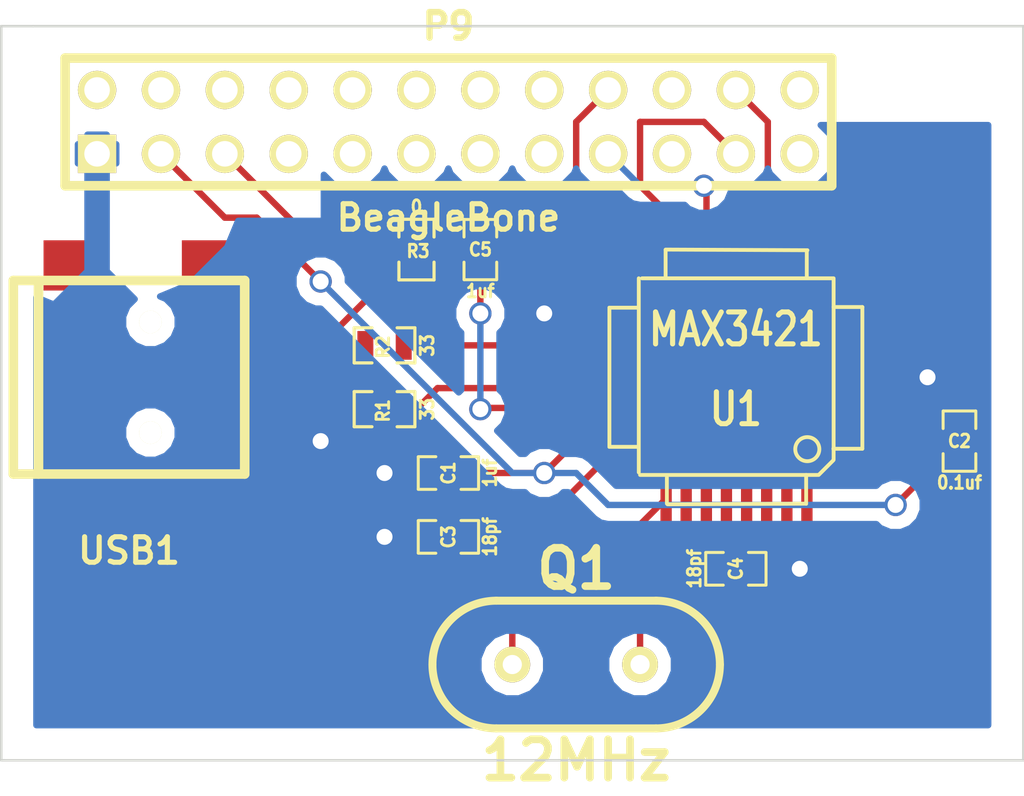
<source format=kicad_pcb>
(kicad_pcb (version 3) (host pcbnew "(2013-mar-13)-testing")

  (general
    (links 29)
    (no_connects 1)
    (area 195.929956 134.99084 237.490001 166.2684)
    (thickness 1.6)
    (drawings 5)
    (tracks 90)
    (zones 0)
    (modules 12)
    (nets 56)
  )

  (page A3)
  (layers
    (15 F.Cu signal)
    (0 B.Cu signal)
    (16 B.Adhes user)
    (17 F.Adhes user)
    (18 B.Paste user)
    (19 F.Paste user)
    (20 B.SilkS user)
    (21 F.SilkS user)
    (22 B.Mask user)
    (23 F.Mask user)
    (24 Dwgs.User user)
    (25 Cmts.User user)
    (26 Eco1.User user)
    (27 Eco2.User user)
    (28 Edge.Cuts user)
  )

  (setup
    (last_trace_width 0.254)
    (trace_clearance 0.254)
    (zone_clearance 0.508)
    (zone_45_only no)
    (trace_min 0.254)
    (segment_width 0.2)
    (edge_width 0.1)
    (via_size 0.889)
    (via_drill 0.635)
    (via_min_size 0.889)
    (via_min_drill 0.508)
    (uvia_size 0.508)
    (uvia_drill 0.127)
    (uvias_allowed no)
    (uvia_min_size 0.508)
    (uvia_min_drill 0.127)
    (pcb_text_width 0.3)
    (pcb_text_size 1.5 1.5)
    (mod_edge_width 0.15)
    (mod_text_size 1 1)
    (mod_text_width 0.15)
    (pad_size 1.5 1.5)
    (pad_drill 0.6)
    (pad_to_mask_clearance 0)
    (aux_axis_origin 0 0)
    (visible_elements FFFFEF7F)
    (pcbplotparams
      (layerselection 3178497)
      (usegerberextensions true)
      (excludeedgelayer true)
      (linewidth 152400)
      (plotframeref false)
      (viasonmask false)
      (mode 1)
      (useauxorigin false)
      (hpglpennumber 1)
      (hpglpenspeed 20)
      (hpglpendiameter 15)
      (hpglpenoverlay 2)
      (psnegative false)
      (psa4output false)
      (plotreference true)
      (plotvalue true)
      (plotothertext true)
      (plotinvisibletext false)
      (padsonsilk false)
      (subtractmaskfromsilk false)
      (outputformat 1)
      (mirror false)
      (drillshape 1)
      (scaleselection 1)
      (outputdirectory ""))
  )

  (net 0 "")
  (net 1 +3.3V)
  (net 2 +5V)
  (net 3 GND)
  (net 4 N-000001)
  (net 5 N-0000011)
  (net 6 N-0000013)
  (net 7 N-0000014)
  (net 8 N-0000015)
  (net 9 N-0000016)
  (net 10 N-0000017)
  (net 11 N-000002)
  (net 12 N-0000020)
  (net 13 N-0000021)
  (net 14 N-0000022)
  (net 15 N-0000023)
  (net 16 N-0000025)
  (net 17 N-0000026)
  (net 18 N-0000027)
  (net 19 N-0000028)
  (net 20 N-0000029)
  (net 21 N-000003)
  (net 22 N-0000030)
  (net 23 N-0000031)
  (net 24 N-0000032)
  (net 25 N-0000033)
  (net 26 N-0000034)
  (net 27 N-0000035)
  (net 28 N-0000036)
  (net 29 N-0000037)
  (net 30 N-0000038)
  (net 31 N-0000039)
  (net 32 N-000004)
  (net 33 N-0000040)
  (net 34 N-0000041)
  (net 35 N-0000042)
  (net 36 N-0000043)
  (net 37 N-0000045)
  (net 38 N-0000046)
  (net 39 N-0000047)
  (net 40 N-0000048)
  (net 41 N-0000049)
  (net 42 N-000005)
  (net 43 N-0000051)
  (net 44 N-0000052)
  (net 45 N-0000053)
  (net 46 N-0000054)
  (net 47 N-0000055)
  (net 48 N-000006)
  (net 49 N-000007)
  (net 50 N-000008)
  (net 51 N-000009)
  (net 52 SPI0_CS0)
  (net 53 SPI0_D0)
  (net 54 SPI0_D1)
  (net 55 SPI0_SCLK)

  (net_class Default "This is the default net class."
    (clearance 0.254)
    (trace_width 0.254)
    (via_dia 0.889)
    (via_drill 0.635)
    (uvia_dia 0.508)
    (uvia_drill 0.127)
    (add_net "")
    (add_net +3.3V)
    (add_net +5V)
    (add_net GND)
    (add_net N-000001)
    (add_net N-0000011)
    (add_net N-0000013)
    (add_net N-0000014)
    (add_net N-0000015)
    (add_net N-0000016)
    (add_net N-0000017)
    (add_net N-000002)
    (add_net N-0000020)
    (add_net N-0000021)
    (add_net N-0000022)
    (add_net N-0000023)
    (add_net N-0000025)
    (add_net N-0000026)
    (add_net N-0000027)
    (add_net N-0000028)
    (add_net N-0000029)
    (add_net N-000003)
    (add_net N-0000030)
    (add_net N-0000031)
    (add_net N-0000032)
    (add_net N-0000033)
    (add_net N-0000034)
    (add_net N-0000035)
    (add_net N-0000036)
    (add_net N-0000037)
    (add_net N-0000038)
    (add_net N-0000039)
    (add_net N-000004)
    (add_net N-0000040)
    (add_net N-0000041)
    (add_net N-0000042)
    (add_net N-0000043)
    (add_net N-0000045)
    (add_net N-0000046)
    (add_net N-0000047)
    (add_net N-0000048)
    (add_net N-0000049)
    (add_net N-000005)
    (add_net N-0000051)
    (add_net N-0000052)
    (add_net N-0000053)
    (add_net N-0000054)
    (add_net N-0000055)
    (add_net N-000006)
    (add_net N-000007)
    (add_net N-000008)
    (add_net N-000009)
    (add_net SPI0_CS0)
    (add_net SPI0_D0)
    (add_net SPI0_D1)
    (add_net SPI0_SCLK)
  )

  (module SM0603_Capa (layer F.Cu) (tedit 5051B1EC) (tstamp 518C9341)
    (at 214.63 153.67 180)
    (path /518C698C)
    (attr smd)
    (fp_text reference C1 (at 0 0 270) (layer F.SilkS)
      (effects (font (size 0.508 0.4572) (thickness 0.1143)))
    )
    (fp_text value 1uf (at -1.651 0 270) (layer F.SilkS)
      (effects (font (size 0.508 0.4572) (thickness 0.1143)))
    )
    (fp_line (start 0.50038 0.65024) (end 1.19888 0.65024) (layer F.SilkS) (width 0.11938))
    (fp_line (start -0.50038 0.65024) (end -1.19888 0.65024) (layer F.SilkS) (width 0.11938))
    (fp_line (start 0.50038 -0.65024) (end 1.19888 -0.65024) (layer F.SilkS) (width 0.11938))
    (fp_line (start -1.19888 -0.65024) (end -0.50038 -0.65024) (layer F.SilkS) (width 0.11938))
    (fp_line (start 1.19888 -0.635) (end 1.19888 0.635) (layer F.SilkS) (width 0.11938))
    (fp_line (start -1.19888 0.635) (end -1.19888 -0.635) (layer F.SilkS) (width 0.11938))
    (pad 1 smd rect (at -0.762 0 180) (size 0.635 1.143)
      (layers F.Cu F.Paste F.Mask)
      (net 1 +3.3V)
    )
    (pad 2 smd rect (at 0.762 0 180) (size 0.635 1.143)
      (layers F.Cu F.Paste F.Mask)
      (net 3 GND)
    )
    (model smd\capacitors\C0603.wrl
      (at (xyz 0 0 0.001))
      (scale (xyz 0.5 0.5 0.5))
      (rotate (xyz 0 0 0))
    )
  )

  (module SM0603_Capa (layer F.Cu) (tedit 5051B1EC) (tstamp 518C934D)
    (at 234.95 152.4 90)
    (path /518C697D)
    (attr smd)
    (fp_text reference C2 (at 0 0 180) (layer F.SilkS)
      (effects (font (size 0.508 0.4572) (thickness 0.1143)))
    )
    (fp_text value 0.1uf (at -1.651 0 180) (layer F.SilkS)
      (effects (font (size 0.508 0.4572) (thickness 0.1143)))
    )
    (fp_line (start 0.50038 0.65024) (end 1.19888 0.65024) (layer F.SilkS) (width 0.11938))
    (fp_line (start -0.50038 0.65024) (end -1.19888 0.65024) (layer F.SilkS) (width 0.11938))
    (fp_line (start 0.50038 -0.65024) (end 1.19888 -0.65024) (layer F.SilkS) (width 0.11938))
    (fp_line (start -1.19888 -0.65024) (end -0.50038 -0.65024) (layer F.SilkS) (width 0.11938))
    (fp_line (start 1.19888 -0.635) (end 1.19888 0.635) (layer F.SilkS) (width 0.11938))
    (fp_line (start -1.19888 0.635) (end -1.19888 -0.635) (layer F.SilkS) (width 0.11938))
    (pad 1 smd rect (at -0.762 0 90) (size 0.635 1.143)
      (layers F.Cu F.Paste F.Mask)
      (net 1 +3.3V)
    )
    (pad 2 smd rect (at 0.762 0 90) (size 0.635 1.143)
      (layers F.Cu F.Paste F.Mask)
      (net 3 GND)
    )
    (model smd\capacitors\C0603.wrl
      (at (xyz 0 0 0.001))
      (scale (xyz 0.5 0.5 0.5))
      (rotate (xyz 0 0 0))
    )
  )

  (module SM0603_Capa (layer F.Cu) (tedit 5051B1EC) (tstamp 518C9359)
    (at 214.63 156.21 180)
    (path /518C696E)
    (attr smd)
    (fp_text reference C3 (at 0 0 270) (layer F.SilkS)
      (effects (font (size 0.508 0.4572) (thickness 0.1143)))
    )
    (fp_text value 18pf (at -1.651 0 270) (layer F.SilkS)
      (effects (font (size 0.508 0.4572) (thickness 0.1143)))
    )
    (fp_line (start 0.50038 0.65024) (end 1.19888 0.65024) (layer F.SilkS) (width 0.11938))
    (fp_line (start -0.50038 0.65024) (end -1.19888 0.65024) (layer F.SilkS) (width 0.11938))
    (fp_line (start 0.50038 -0.65024) (end 1.19888 -0.65024) (layer F.SilkS) (width 0.11938))
    (fp_line (start -1.19888 -0.65024) (end -0.50038 -0.65024) (layer F.SilkS) (width 0.11938))
    (fp_line (start 1.19888 -0.635) (end 1.19888 0.635) (layer F.SilkS) (width 0.11938))
    (fp_line (start -1.19888 0.635) (end -1.19888 -0.635) (layer F.SilkS) (width 0.11938))
    (pad 1 smd rect (at -0.762 0 180) (size 0.635 1.143)
      (layers F.Cu F.Paste F.Mask)
      (net 13 N-0000021)
    )
    (pad 2 smd rect (at 0.762 0 180) (size 0.635 1.143)
      (layers F.Cu F.Paste F.Mask)
      (net 3 GND)
    )
    (model smd\capacitors\C0603.wrl
      (at (xyz 0 0 0.001))
      (scale (xyz 0.5 0.5 0.5))
      (rotate (xyz 0 0 0))
    )
  )

  (module SM0603_Capa (layer F.Cu) (tedit 5051B1EC) (tstamp 518C9B8F)
    (at 226.06 157.48)
    (path /518C69B4)
    (attr smd)
    (fp_text reference C4 (at 0 0 90) (layer F.SilkS)
      (effects (font (size 0.508 0.4572) (thickness 0.1143)))
    )
    (fp_text value 18pf (at -1.651 0 90) (layer F.SilkS)
      (effects (font (size 0.508 0.4572) (thickness 0.1143)))
    )
    (fp_line (start 0.50038 0.65024) (end 1.19888 0.65024) (layer F.SilkS) (width 0.11938))
    (fp_line (start -0.50038 0.65024) (end -1.19888 0.65024) (layer F.SilkS) (width 0.11938))
    (fp_line (start 0.50038 -0.65024) (end 1.19888 -0.65024) (layer F.SilkS) (width 0.11938))
    (fp_line (start -1.19888 -0.65024) (end -0.50038 -0.65024) (layer F.SilkS) (width 0.11938))
    (fp_line (start 1.19888 -0.635) (end 1.19888 0.635) (layer F.SilkS) (width 0.11938))
    (fp_line (start -1.19888 0.635) (end -1.19888 -0.635) (layer F.SilkS) (width 0.11938))
    (pad 1 smd rect (at -0.762 0) (size 0.635 1.143)
      (layers F.Cu F.Paste F.Mask)
      (net 14 N-0000022)
    )
    (pad 2 smd rect (at 0.762 0) (size 0.635 1.143)
      (layers F.Cu F.Paste F.Mask)
      (net 3 GND)
    )
    (model smd\capacitors\C0603.wrl
      (at (xyz 0 0 0.001))
      (scale (xyz 0.5 0.5 0.5))
      (rotate (xyz 0 0 0))
    )
  )

  (module SM0603_Capa (layer F.Cu) (tedit 5051B1EC) (tstamp 518C9371)
    (at 215.9 144.78 90)
    (path /518C699B)
    (attr smd)
    (fp_text reference C5 (at 0 0 180) (layer F.SilkS)
      (effects (font (size 0.508 0.4572) (thickness 0.1143)))
    )
    (fp_text value 1uf (at -1.651 0 180) (layer F.SilkS)
      (effects (font (size 0.508 0.4572) (thickness 0.1143)))
    )
    (fp_line (start 0.50038 0.65024) (end 1.19888 0.65024) (layer F.SilkS) (width 0.11938))
    (fp_line (start -0.50038 0.65024) (end -1.19888 0.65024) (layer F.SilkS) (width 0.11938))
    (fp_line (start 0.50038 -0.65024) (end 1.19888 -0.65024) (layer F.SilkS) (width 0.11938))
    (fp_line (start -1.19888 -0.65024) (end -0.50038 -0.65024) (layer F.SilkS) (width 0.11938))
    (fp_line (start 1.19888 -0.635) (end 1.19888 0.635) (layer F.SilkS) (width 0.11938))
    (fp_line (start -1.19888 0.635) (end -1.19888 -0.635) (layer F.SilkS) (width 0.11938))
    (pad 1 smd rect (at -0.762 0 90) (size 0.635 1.143)
      (layers F.Cu F.Paste F.Mask)
      (net 16 N-0000025)
    )
    (pad 2 smd rect (at 0.762 0 90) (size 0.635 1.143)
      (layers F.Cu F.Paste F.Mask)
      (net 3 GND)
    )
    (model smd\capacitors\C0603.wrl
      (at (xyz 0 0 0.001))
      (scale (xyz 0.5 0.5 0.5))
      (rotate (xyz 0 0 0))
    )
  )

  (module pin_array_12x2 (layer F.Cu) (tedit 5031D806) (tstamp 518C9391)
    (at 214.63 139.7)
    (descr "Double rangee de contacts 2 x 12 pins")
    (tags CONN)
    (path /518C84D3)
    (fp_text reference P9 (at 0 -3.81) (layer F.SilkS)
      (effects (font (size 1.016 1.016) (thickness 0.27432)))
    )
    (fp_text value BeagleBone (at 0 3.81) (layer F.SilkS)
      (effects (font (size 1.016 1.016) (thickness 0.2032)))
    )
    (fp_line (start -15.24 -2.54) (end -15.24 2.54) (layer F.SilkS) (width 0.381))
    (fp_line (start -15.24 2.54) (end 15.24 2.54) (layer F.SilkS) (width 0.381))
    (fp_line (start 15.24 2.54) (end 15.24 -2.54) (layer F.SilkS) (width 0.381))
    (fp_line (start 15.24 -2.54) (end -15.24 -2.54) (layer F.SilkS) (width 0.381))
    (pad 1 thru_hole rect (at -13.97 1.27) (size 1.524 1.524) (drill 1.016)
      (layers *.Cu *.Mask F.SilkS)
      (net 3 GND)
    )
    (pad 2 thru_hole circle (at -13.97 -1.27) (size 1.524 1.524) (drill 1.016)
      (layers *.Cu *.Mask F.SilkS)
      (net 11 N-000002)
    )
    (pad 3 thru_hole circle (at -11.43 1.27) (size 1.524 1.524) (drill 1.016)
      (layers *.Cu *.Mask F.SilkS)
      (net 1 +3.3V)
    )
    (pad 4 thru_hole circle (at -11.43 -1.27) (size 1.524 1.524) (drill 1.016)
      (layers *.Cu *.Mask F.SilkS)
      (net 21 N-000003)
    )
    (pad 5 thru_hole circle (at -8.89 1.27) (size 1.524 1.524) (drill 1.016)
      (layers *.Cu *.Mask F.SilkS)
      (net 2 +5V)
    )
    (pad 6 thru_hole circle (at -8.89 -1.27) (size 1.524 1.524) (drill 1.016)
      (layers *.Cu *.Mask F.SilkS)
      (net 32 N-000004)
    )
    (pad 7 thru_hole circle (at -6.35 1.27) (size 1.524 1.524) (drill 1.016)
      (layers *.Cu *.Mask F.SilkS)
      (net 42 N-000005)
    )
    (pad 8 thru_hole circle (at -6.35 -1.27) (size 1.524 1.524) (drill 1.016)
      (layers *.Cu *.Mask F.SilkS)
      (net 48 N-000006)
    )
    (pad 9 thru_hole circle (at -3.81 1.27) (size 1.524 1.524) (drill 1.016)
      (layers *.Cu *.Mask F.SilkS)
      (net 49 N-000007)
    )
    (pad 10 thru_hole circle (at -3.81 -1.27) (size 1.524 1.524) (drill 1.016)
      (layers *.Cu *.Mask F.SilkS)
      (net 50 N-000008)
    )
    (pad 11 thru_hole circle (at -1.27 1.27) (size 1.524 1.524) (drill 1.016)
      (layers *.Cu *.Mask F.SilkS)
      (net 51 N-000009)
    )
    (pad 12 thru_hole circle (at -1.27 -1.27) (size 1.524 1.524) (drill 1.016)
      (layers *.Cu *.Mask F.SilkS)
      (net 5 N-0000011)
    )
    (pad 13 thru_hole circle (at 1.27 1.27) (size 1.524 1.524) (drill 1.016)
      (layers *.Cu *.Mask F.SilkS)
      (net 6 N-0000013)
    )
    (pad 14 thru_hole circle (at 1.27 -1.27) (size 1.524 1.524) (drill 1.016)
      (layers *.Cu *.Mask F.SilkS)
      (net 8 N-0000015)
    )
    (pad 15 thru_hole circle (at 3.81 1.27) (size 1.524 1.524) (drill 1.016)
      (layers *.Cu *.Mask F.SilkS)
      (net 10 N-0000017)
    )
    (pad 16 thru_hole circle (at 3.81 -1.27) (size 1.524 1.524) (drill 1.016)
      (layers *.Cu *.Mask F.SilkS)
      (net 12 N-0000020)
    )
    (pad 17 thru_hole circle (at 6.35 1.27) (size 1.524 1.524) (drill 1.016)
      (layers *.Cu *.Mask F.SilkS)
      (net 52 SPI0_CS0)
    )
    (pad 18 thru_hole circle (at 6.35 -1.27) (size 1.524 1.524) (drill 1.016)
      (layers *.Cu *.Mask F.SilkS)
      (net 54 SPI0_D1)
    )
    (pad 19 thru_hole circle (at 8.89 1.27) (size 1.524 1.524) (drill 1.016)
      (layers *.Cu *.Mask F.SilkS)
      (net 15 N-0000023)
    )
    (pad 20 thru_hole circle (at 8.89 -1.27) (size 1.524 1.524) (drill 1.016)
      (layers *.Cu *.Mask F.SilkS)
      (net 4 N-000001)
    )
    (pad 21 thru_hole circle (at 11.43 1.27) (size 1.524 1.524) (drill 1.016)
      (layers *.Cu *.Mask F.SilkS)
      (net 53 SPI0_D0)
    )
    (pad 22 thru_hole circle (at 11.43 -1.27) (size 1.524 1.524) (drill 1.016)
      (layers *.Cu *.Mask F.SilkS)
      (net 55 SPI0_SCLK)
    )
    (pad 23 thru_hole circle (at 13.97 1.27) (size 1.524 1.524) (drill 1.016)
      (layers *.Cu *.Mask F.SilkS)
      (net 7 N-0000014)
    )
    (pad 24 thru_hole circle (at 13.97 -1.27) (size 1.524 1.524) (drill 1.016)
      (layers *.Cu *.Mask F.SilkS)
      (net 9 N-0000016)
    )
    (model pin_array/pins_array_12x2.wrl
      (at (xyz 0 0 0))
      (scale (xyz 1 1 1))
      (rotate (xyz 0 0 0))
    )
  )

  (module HC-49V (layer F.Cu) (tedit 4C5EC450) (tstamp 518C939D)
    (at 219.71 161.29)
    (descr "Quartz boitier HC-49 Vertical")
    (tags "QUARTZ DEV")
    (path /518C6AC3)
    (autoplace_cost180 10)
    (fp_text reference Q1 (at 0 -3.81) (layer F.SilkS)
      (effects (font (thickness 0.3048)))
    )
    (fp_text value 12MHz (at 0 3.81) (layer F.SilkS)
      (effects (font (thickness 0.3048)))
    )
    (fp_line (start -3.175 2.54) (end 3.175 2.54) (layer F.SilkS) (width 0.3175))
    (fp_line (start -3.175 -2.54) (end 3.175 -2.54) (layer F.SilkS) (width 0.3175))
    (fp_arc (start 3.175 0) (end 3.175 -2.54) (angle 90) (layer F.SilkS) (width 0.3175))
    (fp_arc (start 3.175 0) (end 5.715 0) (angle 90) (layer F.SilkS) (width 0.3175))
    (fp_arc (start -3.175 0) (end -5.715 0) (angle 90) (layer F.SilkS) (width 0.3175))
    (fp_arc (start -3.175 0) (end -3.175 2.54) (angle 90) (layer F.SilkS) (width 0.3175))
    (pad 1 thru_hole circle (at -2.54 0) (size 1.4224 1.4224) (drill 0.762)
      (layers *.Cu *.Mask F.SilkS)
      (net 13 N-0000021)
    )
    (pad 2 thru_hole circle (at 2.54 0) (size 1.4224 1.4224) (drill 0.762)
      (layers *.Cu *.Mask F.SilkS)
      (net 14 N-0000022)
    )
    (model discret/xtal/crystal_hc18u_vertical.wrl
      (at (xyz 0 0 0))
      (scale (xyz 1 1 0.2))
      (rotate (xyz 0 0 0))
    )
  )

  (module SM0603_Resistor (layer F.Cu) (tedit 5051B21B) (tstamp 518C93A9)
    (at 212.09 151.13 180)
    (path /518C69C3)
    (attr smd)
    (fp_text reference R1 (at 0.0635 -0.0635 270) (layer F.SilkS)
      (effects (font (size 0.50038 0.4572) (thickness 0.1143)))
    )
    (fp_text value 33 (at -1.69926 0 270) (layer F.SilkS)
      (effects (font (size 0.508 0.4572) (thickness 0.1143)))
    )
    (fp_line (start -0.50038 -0.6985) (end -1.2065 -0.6985) (layer F.SilkS) (width 0.127))
    (fp_line (start -1.2065 -0.6985) (end -1.2065 0.6985) (layer F.SilkS) (width 0.127))
    (fp_line (start -1.2065 0.6985) (end -0.50038 0.6985) (layer F.SilkS) (width 0.127))
    (fp_line (start 1.2065 -0.6985) (end 0.50038 -0.6985) (layer F.SilkS) (width 0.127))
    (fp_line (start 1.2065 -0.6985) (end 1.2065 0.6985) (layer F.SilkS) (width 0.127))
    (fp_line (start 1.2065 0.6985) (end 0.50038 0.6985) (layer F.SilkS) (width 0.127))
    (pad 1 smd rect (at -0.762 0 180) (size 0.635 1.143)
      (layers F.Cu F.Paste F.Mask)
      (net 30 N-0000038)
    )
    (pad 2 smd rect (at 0.762 0 180) (size 0.635 1.143)
      (layers F.Cu F.Paste F.Mask)
      (net 31 N-0000039)
    )
    (model smd\resistors\R0603.wrl
      (at (xyz 0 0 0.001))
      (scale (xyz 0.5 0.5 0.5))
      (rotate (xyz 0 0 0))
    )
  )

  (module SM0603_Resistor (layer F.Cu) (tedit 5051B21B) (tstamp 518C93B5)
    (at 212.09 148.59 180)
    (path /518C69D2)
    (attr smd)
    (fp_text reference R2 (at 0.0635 -0.0635 270) (layer F.SilkS)
      (effects (font (size 0.50038 0.4572) (thickness 0.1143)))
    )
    (fp_text value 33 (at -1.69926 0 270) (layer F.SilkS)
      (effects (font (size 0.508 0.4572) (thickness 0.1143)))
    )
    (fp_line (start -0.50038 -0.6985) (end -1.2065 -0.6985) (layer F.SilkS) (width 0.127))
    (fp_line (start -1.2065 -0.6985) (end -1.2065 0.6985) (layer F.SilkS) (width 0.127))
    (fp_line (start -1.2065 0.6985) (end -0.50038 0.6985) (layer F.SilkS) (width 0.127))
    (fp_line (start 1.2065 -0.6985) (end 0.50038 -0.6985) (layer F.SilkS) (width 0.127))
    (fp_line (start 1.2065 -0.6985) (end 1.2065 0.6985) (layer F.SilkS) (width 0.127))
    (fp_line (start 1.2065 0.6985) (end 0.50038 0.6985) (layer F.SilkS) (width 0.127))
    (pad 1 smd rect (at -0.762 0 180) (size 0.635 1.143)
      (layers F.Cu F.Paste F.Mask)
      (net 20 N-0000029)
    )
    (pad 2 smd rect (at 0.762 0 180) (size 0.635 1.143)
      (layers F.Cu F.Paste F.Mask)
      (net 33 N-0000040)
    )
    (model smd\resistors\R0603.wrl
      (at (xyz 0 0 0.001))
      (scale (xyz 0.5 0.5 0.5))
      (rotate (xyz 0 0 0))
    )
  )

  (module SM0603_Resistor (layer F.Cu) (tedit 5051B21B) (tstamp 518CA04E)
    (at 213.36 144.78 270)
    (path /518C9DFD)
    (attr smd)
    (fp_text reference R3 (at 0.0635 -0.0635 360) (layer F.SilkS)
      (effects (font (size 0.50038 0.4572) (thickness 0.1143)))
    )
    (fp_text value 0 (at -1.69926 0 360) (layer F.SilkS)
      (effects (font (size 0.508 0.4572) (thickness 0.1143)))
    )
    (fp_line (start -0.50038 -0.6985) (end -1.2065 -0.6985) (layer F.SilkS) (width 0.127))
    (fp_line (start -1.2065 -0.6985) (end -1.2065 0.6985) (layer F.SilkS) (width 0.127))
    (fp_line (start -1.2065 0.6985) (end -0.50038 0.6985) (layer F.SilkS) (width 0.127))
    (fp_line (start 1.2065 -0.6985) (end 0.50038 -0.6985) (layer F.SilkS) (width 0.127))
    (fp_line (start 1.2065 -0.6985) (end 1.2065 0.6985) (layer F.SilkS) (width 0.127))
    (fp_line (start 1.2065 0.6985) (end 0.50038 0.6985) (layer F.SilkS) (width 0.127))
    (pad 1 smd rect (at -0.762 0 270) (size 0.635 1.143)
      (layers F.Cu F.Paste F.Mask)
      (net 2 +5V)
    )
    (pad 2 smd rect (at 0.762 0 270) (size 0.635 1.143)
      (layers F.Cu F.Paste F.Mask)
      (net 16 N-0000025)
    )
    (model smd\resistors\R0603.wrl
      (at (xyz 0 0 0.001))
      (scale (xyz 0.5 0.5 0.5))
      (rotate (xyz 0 0 0))
    )
  )

  (module TQFP32 (layer F.Cu) (tedit 43A670DA) (tstamp 518C93F7)
    (at 226.06 149.86 180)
    (path /518C6E3D)
    (fp_text reference U1 (at 0 -1.27 180) (layer F.SilkS)
      (effects (font (size 1.27 1.016) (thickness 0.2032)))
    )
    (fp_text value MAX3421 (at 0 1.905 180) (layer F.SilkS)
      (effects (font (size 1.27 1.016) (thickness 0.2032)))
    )
    (fp_line (start 5.0292 2.7686) (end 3.8862 2.7686) (layer F.SilkS) (width 0.1524))
    (fp_line (start 5.0292 -2.7686) (end 3.9116 -2.7686) (layer F.SilkS) (width 0.1524))
    (fp_line (start 5.0292 2.7686) (end 5.0292 -2.7686) (layer F.SilkS) (width 0.1524))
    (fp_line (start 2.794 3.9624) (end 2.794 5.0546) (layer F.SilkS) (width 0.1524))
    (fp_line (start -2.8194 3.9878) (end -2.8194 5.0546) (layer F.SilkS) (width 0.1524))
    (fp_line (start -2.8448 5.0546) (end 2.794 5.08) (layer F.SilkS) (width 0.1524))
    (fp_line (start -2.794 -5.0292) (end 2.7178 -5.0546) (layer F.SilkS) (width 0.1524))
    (fp_line (start -3.8862 -3.2766) (end -3.8862 3.9116) (layer F.SilkS) (width 0.1524))
    (fp_line (start 2.7432 -5.0292) (end 2.7432 -3.9878) (layer F.SilkS) (width 0.1524))
    (fp_line (start -3.2512 -3.8862) (end 3.81 -3.8862) (layer F.SilkS) (width 0.1524))
    (fp_line (start 3.8608 3.937) (end 3.8608 -3.7846) (layer F.SilkS) (width 0.1524))
    (fp_line (start -3.8862 3.937) (end 3.7338 3.937) (layer F.SilkS) (width 0.1524))
    (fp_line (start -5.0292 -2.8448) (end -5.0292 2.794) (layer F.SilkS) (width 0.1524))
    (fp_line (start -5.0292 2.794) (end -3.8862 2.794) (layer F.SilkS) (width 0.1524))
    (fp_line (start -3.87604 -3.302) (end -3.29184 -3.8862) (layer F.SilkS) (width 0.1524))
    (fp_line (start -5.02412 -2.8448) (end -3.87604 -2.8448) (layer F.SilkS) (width 0.1524))
    (fp_line (start -2.794 -3.8862) (end -2.794 -5.03428) (layer F.SilkS) (width 0.1524))
    (fp_circle (center -2.83972 -2.86004) (end -2.43332 -2.60604) (layer F.SilkS) (width 0.1524))
    (pad 8 smd rect (at -4.81584 2.77622 180) (size 1.99898 0.44958)
      (layers F.Cu F.Paste F.Mask)
      (net 27 N-0000035)
    )
    (pad 7 smd rect (at -4.81584 1.97612 180) (size 1.99898 0.44958)
      (layers F.Cu F.Paste F.Mask)
      (net 26 N-0000034)
    )
    (pad 6 smd rect (at -4.81584 1.17602 180) (size 1.99898 0.44958)
      (layers F.Cu F.Paste F.Mask)
      (net 25 N-0000033)
    )
    (pad 5 smd rect (at -4.81584 0.37592 180) (size 1.99898 0.44958)
      (layers F.Cu F.Paste F.Mask)
      (net 24 N-0000032)
    )
    (pad 4 smd rect (at -4.81584 -0.42418 180) (size 1.99898 0.44958)
      (layers F.Cu F.Paste F.Mask)
      (net 23 N-0000031)
    )
    (pad 3 smd rect (at -4.81584 -1.22428 180) (size 1.99898 0.44958)
      (layers F.Cu F.Paste F.Mask)
      (net 3 GND)
    )
    (pad 2 smd rect (at -4.81584 -2.02438 180) (size 1.99898 0.44958)
      (layers F.Cu F.Paste F.Mask)
      (net 1 +3.3V)
    )
    (pad 1 smd rect (at -4.81584 -2.82448 180) (size 1.99898 0.44958)
      (layers F.Cu F.Paste F.Mask)
      (net 17 N-0000026)
    )
    (pad 24 smd rect (at 4.7498 -2.8194 180) (size 1.99898 0.44958)
      (layers F.Cu F.Paste F.Mask)
      (net 13 N-0000021)
    )
    (pad 17 smd rect (at 4.7498 2.794 180) (size 1.99898 0.44958)
      (layers F.Cu F.Paste F.Mask)
      (net 44 N-0000052)
    )
    (pad 18 smd rect (at 4.7498 1.9812 180) (size 1.99898 0.44958)
      (layers F.Cu F.Paste F.Mask)
      (net 46 N-0000054)
    )
    (pad 19 smd rect (at 4.7498 1.1684 180) (size 1.99898 0.44958)
      (layers F.Cu F.Paste F.Mask)
      (net 3 GND)
    )
    (pad 20 smd rect (at 4.7498 0.381 180) (size 1.99898 0.44958)
      (layers F.Cu F.Paste F.Mask)
      (net 20 N-0000029)
    )
    (pad 21 smd rect (at 4.7498 -0.4318 180) (size 1.99898 0.44958)
      (layers F.Cu F.Paste F.Mask)
      (net 30 N-0000038)
    )
    (pad 22 smd rect (at 4.7498 -1.2192 180) (size 1.99898 0.44958)
      (layers F.Cu F.Paste F.Mask)
      (net 16 N-0000025)
    )
    (pad 23 smd rect (at 4.7498 -2.032 180) (size 1.99898 0.44958)
      (layers F.Cu F.Paste F.Mask)
      (net 1 +3.3V)
    )
    (pad 32 smd rect (at -2.82448 -4.826 180) (size 0.44958 1.99898)
      (layers F.Cu F.Paste F.Mask)
      (net 41 N-0000049)
    )
    (pad 31 smd rect (at -2.02692 -4.826 180) (size 0.44958 1.99898)
      (layers F.Cu F.Paste F.Mask)
      (net 39 N-0000047)
    )
    (pad 30 smd rect (at -1.22428 -4.826 180) (size 0.44958 1.99898)
      (layers F.Cu F.Paste F.Mask)
      (net 37 N-0000045)
    )
    (pad 29 smd rect (at -0.42672 -4.826 180) (size 0.44958 1.99898)
      (layers F.Cu F.Paste F.Mask)
      (net 36 N-0000043)
    )
    (pad 28 smd rect (at 0.37592 -4.826 180) (size 0.44958 1.99898)
      (layers F.Cu F.Paste F.Mask)
      (net 47 N-0000055)
    )
    (pad 27 smd rect (at 1.17348 -4.826 180) (size 0.44958 1.99898)
      (layers F.Cu F.Paste F.Mask)
      (net 45 N-0000053)
    )
    (pad 26 smd rect (at 1.97612 -4.826 180) (size 0.44958 1.99898)
      (layers F.Cu F.Paste F.Mask)
      (net 43 N-0000051)
    )
    (pad 25 smd rect (at 2.77368 -4.826 180) (size 0.44958 1.99898)
      (layers F.Cu F.Paste F.Mask)
      (net 14 N-0000022)
    )
    (pad 9 smd rect (at -2.8194 4.7752 180) (size 0.44958 1.99898)
      (layers F.Cu F.Paste F.Mask)
      (net 28 N-0000036)
    )
    (pad 10 smd rect (at -2.032 4.7752 180) (size 0.44958 1.99898)
      (layers F.Cu F.Paste F.Mask)
      (net 29 N-0000037)
    )
    (pad 11 smd rect (at -1.2192 4.7752 180) (size 0.44958 1.99898)
      (layers F.Cu F.Paste F.Mask)
      (net 38 N-0000046)
    )
    (pad 12 smd rect (at -0.4318 4.7752 180) (size 0.44958 1.99898)
      (layers F.Cu F.Paste F.Mask)
      (net 40 N-0000048)
    )
    (pad 13 smd rect (at 0.3556 4.7752 180) (size 0.44958 1.99898)
      (layers F.Cu F.Paste F.Mask)
      (net 55 SPI0_SCLK)
    )
    (pad 14 smd rect (at 1.1684 4.7752 180) (size 0.44958 1.99898)
      (layers F.Cu F.Paste F.Mask)
      (net 52 SPI0_CS0)
    )
    (pad 15 smd rect (at 1.9812 4.7752 180) (size 0.44958 1.99898)
      (layers F.Cu F.Paste F.Mask)
      (net 53 SPI0_D0)
    )
    (pad 16 smd rect (at 2.794 4.7752 180) (size 0.44958 1.99898)
      (layers F.Cu F.Paste F.Mask)
      (net 54 SPI0_D1)
    )
    (model smd/tqfp32.wrl
      (at (xyz 0 0 0))
      (scale (xyz 1 1 1))
      (rotate (xyz 0 0 0))
    )
  )

  (module USB_MINI_B (layer F.Cu) (tedit 505F99F2) (tstamp 518C940B)
    (at 201.93 149.86)
    (descr "USB Mini-B 5-pin SMD connector")
    (tags "USB, Mini-B, connector")
    (path /518C69E1)
    (fp_text reference USB1 (at 0 6.90118) (layer F.SilkS)
      (effects (font (size 1.016 1.016) (thickness 0.2032)))
    )
    (fp_text value USB-MINI-B (at 0 -7.0993) (layer F.SilkS) hide
      (effects (font (size 1.016 1.016) (thickness 0.2032)))
    )
    (fp_line (start -3.59918 -3.85064) (end -3.59918 3.85064) (layer F.SilkS) (width 0.381))
    (fp_line (start -4.59994 -3.85064) (end -4.59994 3.85064) (layer F.SilkS) (width 0.381))
    (fp_line (start -4.59994 3.85064) (end 4.59994 3.85064) (layer F.SilkS) (width 0.381))
    (fp_line (start 4.59994 3.85064) (end 4.59994 -3.85064) (layer F.SilkS) (width 0.381))
    (fp_line (start 4.59994 -3.85064) (end -4.59994 -3.85064) (layer F.SilkS) (width 0.381))
    (pad 1 smd rect (at 3.44932 -1.6002) (size 2.30124 0.50038)
      (layers F.Cu F.Paste F.Mask)
      (net 16 N-0000025)
    )
    (pad 2 smd rect (at 3.44932 -0.8001) (size 2.30124 0.50038)
      (layers F.Cu F.Paste F.Mask)
      (net 33 N-0000040)
    )
    (pad 3 smd rect (at 3.44932 0) (size 2.30124 0.50038)
      (layers F.Cu F.Paste F.Mask)
      (net 31 N-0000039)
    )
    (pad 4 smd rect (at 3.44932 0.8001) (size 2.30124 0.50038)
      (layers F.Cu F.Paste F.Mask)
      (net 34 N-0000041)
    )
    (pad 5 smd rect (at 3.44932 1.6002) (size 2.30124 0.50038)
      (layers F.Cu F.Paste F.Mask)
      (net 3 GND)
    )
    (pad 6 smd rect (at 3.35026 -4.45008) (size 2.49936 1.99898)
      (layers F.Cu F.Paste F.Mask)
      (net 35 N-0000042)
    )
    (pad 7 smd rect (at -2.14884 -4.45008) (size 2.49936 1.99898)
      (layers F.Cu F.Paste F.Mask)
      (net 22 N-0000030)
    )
    (pad 8 smd rect (at 3.35026 4.45008) (size 2.49936 1.99898)
      (layers F.Cu F.Paste F.Mask)
      (net 18 N-0000027)
    )
    (pad 9 smd rect (at -2.14884 4.45008) (size 2.49936 1.99898)
      (layers F.Cu F.Paste F.Mask)
      (net 19 N-0000028)
    )
    (pad "" np_thru_hole circle (at 0.8509 -2.19964) (size 0.89916 0.89916) (drill 0.89916)
      (layers *.Cu *.Mask F.SilkS)
    )
    (pad 2 np_thru_hole circle (at 0.8509 2.19964) (size 0.89916 0.89916) (drill 0.89916)
      (layers *.Cu *.Mask F.SilkS)
      (net 33 N-0000040)
    )
  )

  (gr_line (start 196.85 135.89) (end 198.12 135.89) (angle 90) (layer Edge.Cuts) (width 0.1))
  (gr_line (start 196.85 165.1) (end 196.85 135.89) (angle 90) (layer Edge.Cuts) (width 0.1))
  (gr_line (start 237.49 165.1) (end 196.85 165.1) (angle 90) (layer Edge.Cuts) (width 0.1))
  (gr_line (start 237.49 135.89) (end 237.49 165.1) (angle 90) (layer Edge.Cuts) (width 0.1))
  (gr_line (start 198.12 135.89) (end 237.49 135.89) (angle 90) (layer Edge.Cuts) (width 0.1))

  (segment (start 218.44 153.67) (end 217.17 153.67) (width 0.254) (layer B.Cu) (net 1))
  (segment (start 205.74 143.51) (end 203.2 140.97) (width 0.254) (layer F.Cu) (net 1) (tstamp 518CB393) (status 800000))
  (segment (start 207.01 143.51) (end 205.74 143.51) (width 0.254) (layer F.Cu) (net 1) (tstamp 518CB38B))
  (segment (start 209.55 146.05) (end 207.01 143.51) (width 0.254) (layer F.Cu) (net 1) (tstamp 518CB38A))
  (via (at 209.55 146.05) (size 0.889) (layers F.Cu B.Cu) (net 1))
  (segment (start 217.17 153.67) (end 209.55 146.05) (width 0.254) (layer B.Cu) (net 1) (tstamp 518CB381))
  (segment (start 233.16438 151.88438) (end 233.16438 154.18562) (width 0.254) (layer F.Cu) (net 1))
  (segment (start 219.71 153.67) (end 218.44 153.67) (width 0.254) (layer B.Cu) (net 1) (tstamp 518CB330))
  (segment (start 220.98 154.94) (end 219.71 153.67) (width 0.254) (layer B.Cu) (net 1) (tstamp 518CB32D))
  (segment (start 232.41 154.94) (end 220.98 154.94) (width 0.254) (layer B.Cu) (net 1) (tstamp 518CB32C))
  (via (at 232.41 154.94) (size 0.889) (layers F.Cu B.Cu) (net 1))
  (segment (start 233.16438 154.18562) (end 232.41 154.94) (width 0.254) (layer F.Cu) (net 1) (tstamp 518CB323))
  (via (at 218.44 153.67) (size 0.889) (layers F.Cu B.Cu) (net 1))
  (segment (start 230.87584 151.88438) (end 233.16438 151.88438) (width 0.254) (layer F.Cu) (net 1) (status 10))
  (segment (start 234.442 153.162) (end 234.95 153.162) (width 0.254) (layer F.Cu) (net 1) (tstamp 518CA3C9) (status 30))
  (segment (start 233.16438 151.88438) (end 234.442 153.162) (width 0.254) (layer F.Cu) (net 1) (tstamp 518CA3C7) (status 20))
  (segment (start 221.3102 151.892) (end 220.218 151.892) (width 0.254) (layer F.Cu) (net 1) (status 10))
  (segment (start 220.218 151.892) (end 218.44 153.67) (width 0.254) (layer F.Cu) (net 1) (tstamp 518C9F54))
  (segment (start 218.44 153.67) (end 215.392 153.67) (width 0.254) (layer F.Cu) (net 1) (tstamp 518C9F5F) (status 20))
  (segment (start 213.36 144.018) (end 208.788 144.018) (width 0.254) (layer F.Cu) (net 2) (status 10))
  (segment (start 208.788 144.018) (end 205.74 140.97) (width 0.254) (layer F.Cu) (net 2) (tstamp 518CA0E7) (status 20))
  (segment (start 215.9 144.018) (end 217.678 144.018) (width 0.254) (layer F.Cu) (net 3))
  (segment (start 219.8116 148.6916) (end 218.44 147.32) (width 0.254) (layer F.Cu) (net 3) (tstamp 518CA5BD))
  (via (at 218.44 147.32) (size 0.889) (layers F.Cu B.Cu) (net 3))
  (segment (start 219.8116 148.6916) (end 221.3102 148.6916) (width 0.254) (layer F.Cu) (net 3))
  (segment (start 218.44 144.78) (end 218.44 147.32) (width 0.254) (layer F.Cu) (net 3) (tstamp 518CA5E1))
  (segment (start 217.678 144.018) (end 218.44 144.78) (width 0.254) (layer F.Cu) (net 3) (tstamp 518CA5DC))
  (segment (start 233.68 151.08428) (end 233.68 149.86) (width 0.254) (layer F.Cu) (net 3))
  (via (at 233.68 149.86) (size 0.889) (layers F.Cu B.Cu) (net 3))
  (segment (start 230.87584 151.08428) (end 233.68 151.08428) (width 0.254) (layer F.Cu) (net 3) (status 10))
  (segment (start 233.68 151.08428) (end 234.39628 151.08428) (width 0.254) (layer F.Cu) (net 3) (tstamp 518CA3D8))
  (segment (start 234.39628 151.08428) (end 234.95 151.638) (width 0.254) (layer F.Cu) (net 3) (tstamp 518CA3CE) (status 20))
  (segment (start 213.868 153.67) (end 212.09 153.67) (width 0.254) (layer F.Cu) (net 3) (status 10))
  (via (at 212.09 153.67) (size 0.889) (layers F.Cu B.Cu) (net 3))
  (segment (start 213.868 156.21) (end 212.09 156.21) (width 0.254) (layer F.Cu) (net 3) (status 10))
  (via (at 212.09 156.21) (size 0.889) (layers F.Cu B.Cu) (net 3))
  (segment (start 226.822 157.48) (end 228.6 157.48) (width 0.254) (layer F.Cu) (net 3) (status 10))
  (via (at 228.6 157.48) (size 0.889) (layers F.Cu B.Cu) (net 3))
  (segment (start 205.37932 151.4602) (end 208.6102 151.4602) (width 0.254) (layer F.Cu) (net 3) (status 10))
  (via (at 209.55 152.4) (size 0.889) (layers F.Cu B.Cu) (net 3))
  (segment (start 208.6102 151.4602) (end 209.55 152.4) (width 0.254) (layer F.Cu) (net 3) (tstamp 518C9F88))
  (segment (start 215.392 156.21) (end 216.5604 156.21) (width 0.254) (layer F.Cu) (net 13) (status 10))
  (segment (start 216.5604 156.21) (end 217.17 156.8196) (width 0.254) (layer F.Cu) (net 13) (tstamp 518C9BD9))
  (segment (start 217.17 161.29) (end 217.17 156.8196) (width 0.254) (layer F.Cu) (net 13) (status 10))
  (segment (start 217.17 156.8196) (end 221.3102 152.6794) (width 0.254) (layer F.Cu) (net 13) (tstamp 518C9BBA) (status 20))
  (segment (start 225.298 157.48) (end 222.25 157.48) (width 0.254) (layer F.Cu) (net 14) (status 10))
  (segment (start 222.25 161.29) (end 222.25 157.48) (width 0.254) (layer F.Cu) (net 14) (status 10))
  (segment (start 222.25 157.48) (end 222.25 155.72232) (width 0.254) (layer F.Cu) (net 14) (tstamp 518C9BD7))
  (segment (start 222.25 155.72232) (end 223.28632 154.686) (width 0.254) (layer F.Cu) (net 14) (tstamp 518C9BB7) (status 20))
  (segment (start 205.37932 148.2598) (end 209.8802 148.2598) (width 0.254) (layer F.Cu) (net 16) (status 10))
  (segment (start 212.598 145.542) (end 213.36 145.542) (width 0.254) (layer F.Cu) (net 16) (tstamp 518CA0E1) (status 20))
  (segment (start 209.8802 148.2598) (end 212.598 145.542) (width 0.254) (layer F.Cu) (net 16) (tstamp 518CA0DB))
  (segment (start 215.9 145.542) (end 213.36 145.542) (width 0.254) (layer F.Cu) (net 16) (status 30))
  (segment (start 215.9 147.32) (end 215.9 151.13) (width 0.254) (layer B.Cu) (net 16))
  (via (at 215.9 147.32) (size 0.889) (layers F.Cu B.Cu) (net 16))
  (via (at 215.9 151.13) (size 0.889) (layers F.Cu B.Cu) (net 16))
  (segment (start 215.9 151.13) (end 215.9508 151.0792) (width 0.254) (layer F.Cu) (net 16) (tstamp 518CA050))
  (segment (start 221.3102 151.0792) (end 215.9508 151.0792) (width 0.254) (layer F.Cu) (net 16) (tstamp 518CA051) (status 10))
  (segment (start 215.9 147.32) (end 215.9 145.542) (width 0.254) (layer F.Cu) (net 16) (status 20))
  (segment (start 212.852 148.59) (end 217.17 148.59) (width 0.254) (layer F.Cu) (net 20) (status 10))
  (segment (start 218.059 149.479) (end 221.3102 149.479) (width 0.254) (layer F.Cu) (net 20) (tstamp 518CA13D) (status 20))
  (segment (start 217.17 148.59) (end 218.059 149.479) (width 0.254) (layer F.Cu) (net 20) (tstamp 518CA134))
  (segment (start 212.852 151.13) (end 213.36 151.13) (width 0.254) (layer F.Cu) (net 30) (status 10))
  (segment (start 214.1982 150.2918) (end 221.3102 150.2918) (width 0.254) (layer F.Cu) (net 30) (tstamp 518CA15B) (status 20))
  (segment (start 213.36 151.13) (end 214.1982 150.2918) (width 0.254) (layer F.Cu) (net 30) (tstamp 518CA15A))
  (segment (start 211.328 151.13) (end 209.55 151.13) (width 0.254) (layer F.Cu) (net 31) (status 10))
  (segment (start 208.28 149.86) (end 205.37932 149.86) (width 0.254) (layer F.Cu) (net 31) (tstamp 518C9B13) (status 20))
  (segment (start 209.55 151.13) (end 208.28 149.86) (width 0.254) (layer F.Cu) (net 31) (tstamp 518C9B11))
  (segment (start 211.328 148.59) (end 210.82 148.59) (width 0.254) (layer F.Cu) (net 33) (status 10))
  (segment (start 210.3501 149.0599) (end 205.37932 149.0599) (width 0.254) (layer F.Cu) (net 33) (tstamp 518C9B18) (status 20))
  (segment (start 210.82 148.59) (end 210.3501 149.0599) (width 0.254) (layer F.Cu) (net 33) (tstamp 518C9B17))
  (segment (start 224.8916 145.0848) (end 224.8916 142.3416) (width 0.254) (layer F.Cu) (net 52) (status 10))
  (segment (start 222.25 142.24) (end 220.98 140.97) (width 0.254) (layer B.Cu) (net 52) (tstamp 518C9D39) (status 20))
  (segment (start 224.79 142.24) (end 222.25 142.24) (width 0.254) (layer B.Cu) (net 52) (tstamp 518C9D38))
  (via (at 224.79 142.24) (size 0.889) (layers F.Cu B.Cu) (net 52))
  (segment (start 224.8916 142.3416) (end 224.79 142.24) (width 0.254) (layer F.Cu) (net 52) (tstamp 518C9D33))
  (segment (start 224.79 144.9832) (end 224.8916 145.0848) (width 0.254) (layer F.Cu) (net 52) (tstamp 518C99DC) (status 30))
  (segment (start 224.0788 145.0848) (end 224.0788 144.0688) (width 0.254) (layer F.Cu) (net 53) (status 10))
  (segment (start 224.79 139.7) (end 226.06 140.97) (width 0.254) (layer F.Cu) (net 53) (tstamp 518C9CF9) (status 20))
  (segment (start 222.25 139.7) (end 224.79 139.7) (width 0.254) (layer F.Cu) (net 53) (tstamp 518C9CF8))
  (segment (start 222.25 142.24) (end 222.25 139.7) (width 0.254) (layer F.Cu) (net 53) (tstamp 518C9CF1))
  (segment (start 224.0788 144.0688) (end 222.25 142.24) (width 0.254) (layer F.Cu) (net 53) (tstamp 518C9CE2))
  (segment (start 223.266 145.0848) (end 222.5548 145.0848) (width 0.254) (layer F.Cu) (net 54) (status 10))
  (segment (start 219.71 139.7) (end 220.98 138.43) (width 0.254) (layer F.Cu) (net 54) (tstamp 518C99C1) (status 20))
  (segment (start 219.71 142.24) (end 219.71 139.7) (width 0.254) (layer F.Cu) (net 54) (tstamp 518C99BF))
  (segment (start 222.5548 145.0848) (end 219.71 142.24) (width 0.254) (layer F.Cu) (net 54) (tstamp 518C99BE))
  (segment (start 225.7044 145.0848) (end 225.7044 143.8656) (width 0.254) (layer F.Cu) (net 55) (status 10))
  (segment (start 227.33 139.7) (end 226.06 138.43) (width 0.254) (layer F.Cu) (net 55) (tstamp 518C99F1) (status 20))
  (segment (start 227.33 142.24) (end 227.33 139.7) (width 0.254) (layer F.Cu) (net 55) (tstamp 518C99EF))
  (segment (start 225.7044 143.8656) (end 227.33 142.24) (width 0.254) (layer F.Cu) (net 55) (tstamp 518C99EE))

  (zone (net 3) (net_name GND) (layer B.Cu) (tstamp 518CB425) (hatch edge 0.508)
    (connect_pads (clearance 0.508))
    (min_thickness 0.254)
    (fill (arc_segments 16) (thermal_gap 5.08) (thermal_bridge_width 5.08))
    (polygon
      (pts
        (xy 236.22 163.83) (xy 198.12 163.83) (xy 198.12 139.7) (xy 201.93 139.7) (xy 201.93 143.51)
        (xy 209.55 143.51) (xy 209.55 139.7) (xy 236.22 139.7)
      )
    )
    (filled_polygon
      (pts
        (xy 236.093 163.703) (xy 233.489687 163.703) (xy 233.489687 154.726216) (xy 233.325689 154.329311) (xy 233.022286 154.025378)
        (xy 232.625668 153.860687) (xy 232.196216 153.860313) (xy 231.799311 154.024311) (xy 231.645353 154.178) (xy 221.29563 154.178)
        (xy 220.248815 153.131185) (xy 220.001605 152.966004) (xy 219.71 152.908) (xy 219.204641 152.908) (xy 219.052286 152.755378)
        (xy 218.655668 152.590687) (xy 218.226216 152.590313) (xy 217.829311 152.754311) (xy 217.675353 152.908) (xy 217.48563 152.908)
        (xy 216.567053 151.989422) (xy 216.814622 151.742286) (xy 216.979313 151.345668) (xy 216.979687 150.916216) (xy 216.815689 150.519311)
        (xy 216.662 150.365353) (xy 216.662 148.084641) (xy 216.814622 147.932286) (xy 216.979313 147.535668) (xy 216.979687 147.106216)
        (xy 216.815689 146.709311) (xy 216.512286 146.405378) (xy 216.115668 146.240687) (xy 215.686216 146.240313) (xy 215.289311 146.404311)
        (xy 214.985378 146.707714) (xy 214.820687 147.104332) (xy 214.820313 147.533784) (xy 214.984311 147.930689) (xy 215.138 148.084646)
        (xy 215.138 150.365358) (xy 215.040409 150.462778) (xy 210.629499 146.051869) (xy 210.629687 145.836216) (xy 210.465689 145.439311)
        (xy 210.162286 145.135378) (xy 209.765668 144.970687) (xy 209.336216 144.970313) (xy 208.939311 145.134311) (xy 208.635378 145.437714)
        (xy 208.470687 145.834332) (xy 208.470313 146.263784) (xy 208.634311 146.660689) (xy 208.937714 146.964622) (xy 209.334332 147.129313)
        (xy 209.551872 147.129502) (xy 216.631184 154.208815) (xy 216.631185 154.208815) (xy 216.878395 154.373996) (xy 217.17 154.432)
        (xy 217.675358 154.432) (xy 217.827714 154.584622) (xy 218.224332 154.749313) (xy 218.653784 154.749687) (xy 219.050689 154.585689)
        (xy 219.204646 154.432) (xy 219.394369 154.432) (xy 220.441184 155.478815) (xy 220.441185 155.478815) (xy 220.688395 155.643996)
        (xy 220.98 155.702) (xy 231.645358 155.702) (xy 231.797714 155.854622) (xy 232.194332 156.019313) (xy 232.623784 156.019687)
        (xy 233.020689 155.855689) (xy 233.324622 155.552286) (xy 233.489313 155.155668) (xy 233.489687 154.726216) (xy 233.489687 163.703)
        (xy 223.596433 163.703) (xy 223.596433 161.023399) (xy 223.391918 160.528436) (xy 223.013556 160.149413) (xy 222.51895 159.944035)
        (xy 221.983399 159.943567) (xy 221.488436 160.148082) (xy 221.109413 160.526444) (xy 220.904035 161.02105) (xy 220.903567 161.556601)
        (xy 221.108082 162.051564) (xy 221.486444 162.430587) (xy 221.98105 162.635965) (xy 222.516601 162.636433) (xy 223.011564 162.431918)
        (xy 223.390587 162.053556) (xy 223.595965 161.55895) (xy 223.596433 161.023399) (xy 223.596433 163.703) (xy 218.516433 163.703)
        (xy 218.516433 161.023399) (xy 218.311918 160.528436) (xy 217.933556 160.149413) (xy 217.43895 159.944035) (xy 216.903399 159.943567)
        (xy 216.408436 160.148082) (xy 216.029413 160.526444) (xy 215.824035 161.02105) (xy 215.823567 161.556601) (xy 216.028082 162.051564)
        (xy 216.406444 162.430587) (xy 216.90105 162.635965) (xy 217.436601 162.636433) (xy 217.931564 162.431918) (xy 218.310587 162.053556)
        (xy 218.515965 161.55895) (xy 218.516433 161.023399) (xy 218.516433 163.703) (xy 203.865668 163.703) (xy 203.865668 151.84485)
        (xy 203.700898 151.446077) (xy 203.396067 151.140714) (xy 202.997583 150.975249) (xy 202.56611 150.974872) (xy 202.167337 151.139642)
        (xy 201.861974 151.444473) (xy 201.696509 151.842957) (xy 201.696132 152.27443) (xy 201.860902 152.673203) (xy 202.165733 152.978566)
        (xy 202.564217 153.144031) (xy 202.99569 153.144408) (xy 203.394463 152.979638) (xy 203.699826 152.674807) (xy 203.865291 152.276323)
        (xy 203.865668 151.84485) (xy 203.865668 163.703) (xy 198.247 163.703) (xy 198.247 146.683802) (xy 198.866808 146.939902)
        (xy 198.97725 146.939) (xy 200.279 145.63725) (xy 200.279 141.351) (xy 199.898 141.351) (xy 199.898 140.589)
        (xy 200.279 140.589) (xy 200.279 140.208) (xy 201.041 140.208) (xy 201.041 140.589) (xy 201.422 140.589)
        (xy 201.422 141.351) (xy 201.041 141.351) (xy 201.041 145.63725) (xy 202.155714 146.751964) (xy 201.861974 147.045193)
        (xy 201.696509 147.443677) (xy 201.696132 147.87515) (xy 201.860902 148.273923) (xy 202.165733 148.579286) (xy 202.564217 148.744751)
        (xy 202.99569 148.745128) (xy 203.394463 148.580358) (xy 203.699826 148.275527) (xy 203.865291 147.877043) (xy 203.865668 147.44557)
        (xy 203.700898 147.046797) (xy 203.396067 146.741434) (xy 203.165365 146.645638) (xy 204.367675 146.148854) (xy 205.833706 144.68538)
        (xy 206.269031 143.637) (xy 209.677 143.637) (xy 209.677 141.802385) (xy 210.02763 142.153628) (xy 210.540901 142.366756)
        (xy 211.096661 142.367241) (xy 211.610303 142.155009) (xy 212.003628 141.76237) (xy 212.089949 141.554485) (xy 212.174991 141.760303)
        (xy 212.56763 142.153628) (xy 213.080901 142.366756) (xy 213.636661 142.367241) (xy 214.150303 142.155009) (xy 214.543628 141.76237)
        (xy 214.629949 141.554485) (xy 214.714991 141.760303) (xy 215.10763 142.153628) (xy 215.620901 142.366756) (xy 216.176661 142.367241)
        (xy 216.690303 142.155009) (xy 217.083628 141.76237) (xy 217.169949 141.554485) (xy 217.254991 141.760303) (xy 217.64763 142.153628)
        (xy 218.160901 142.366756) (xy 218.716661 142.367241) (xy 219.230303 142.155009) (xy 219.623628 141.76237) (xy 219.709949 141.554485)
        (xy 219.794991 141.760303) (xy 220.18763 142.153628) (xy 220.700901 142.366756) (xy 221.256661 142.367241) (xy 221.287052 142.354683)
        (xy 221.711184 142.778815) (xy 221.711185 142.778815) (xy 221.958395 142.943996) (xy 222.25 143.002) (xy 224.025358 143.002)
        (xy 224.177714 143.154622) (xy 224.574332 143.319313) (xy 225.003784 143.319687) (xy 225.400689 143.155689) (xy 225.704622 142.852286)
        (xy 225.869313 142.455668) (xy 225.86939 142.366833) (xy 226.336661 142.367241) (xy 226.850303 142.155009) (xy 227.243628 141.76237)
        (xy 227.329949 141.554485) (xy 227.414991 141.760303) (xy 227.80763 142.153628) (xy 228.320901 142.366756) (xy 228.876661 142.367241)
        (xy 229.390303 142.155009) (xy 229.783628 141.76237) (xy 229.996756 141.249099) (xy 229.997241 140.693339) (xy 229.785009 140.179697)
        (xy 229.432927 139.827) (xy 236.093 139.827) (xy 236.093 163.703)
      )
    )
  )
)

</source>
